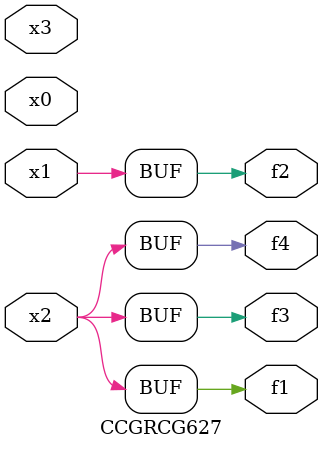
<source format=v>
module CCGRCG627(
	input x0, x1, x2, x3,
	output f1, f2, f3, f4
);
	assign f1 = x2;
	assign f2 = x1;
	assign f3 = x2;
	assign f4 = x2;
endmodule

</source>
